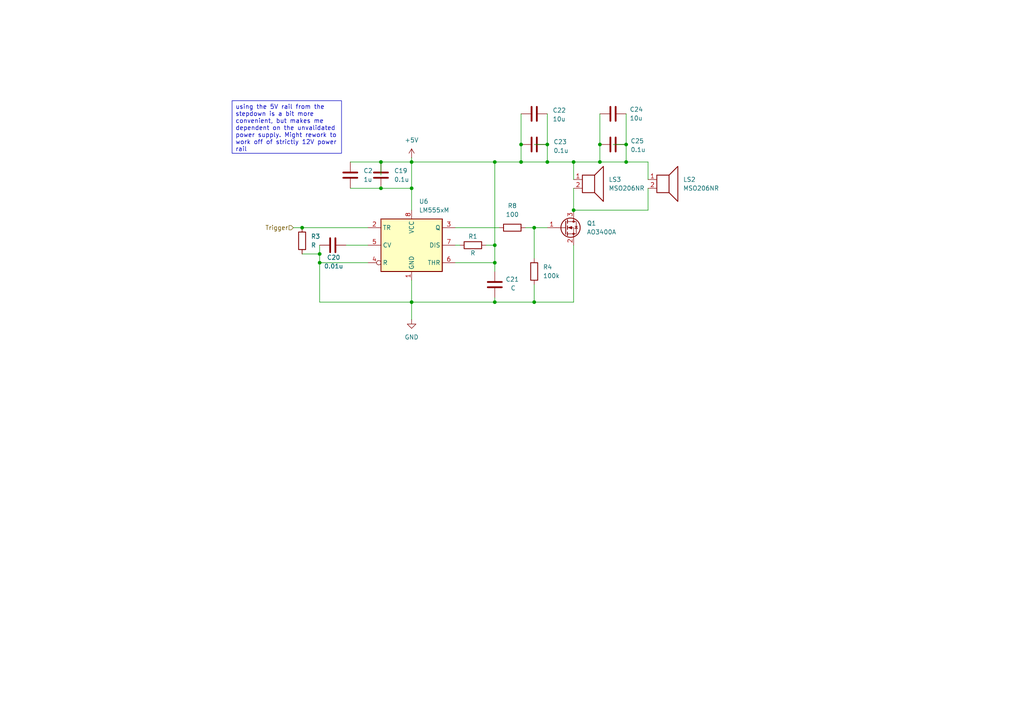
<source format=kicad_sch>
(kicad_sch (version 20250114) (generator "eeschema") (generator_version "9.0")
  (paper "A4")
  (lib_symbols
    (symbol "Device:C" (pin_numbers (hide yes)) (pin_names (offset 0.254))
      (property "Reference" "C" (at 0.635 2.54 0))
      (property "Value" "C" (at 0.635 -2.54 0))
      (symbol "C_0_1"
        (polyline (pts (xy -2.032 0.762) (xy 2.032 0.762)) (stroke (width 0.508)))
        (polyline (pts (xy -2.032 -0.762) (xy 2.032 -0.762)) (stroke (width 0.508)))
      )
      (symbol "C_1_1"
        (pin passive line (at 0 3.81 270) (length 2.794) (name "~") (number "1"))
        (pin passive line (at 0 -3.81 90) (length 2.794) (name "~") (number "2"))
      )
    )
    (symbol "Device:R" (pin_numbers (hide yes)) (pin_names (offset 0))
      (property "Reference" "R" (at 2.032 0 90))
      (property "Value" "R" (at 0 0 90))
      (symbol "R_0_1"
        (rectangle (start -1.016 -2.54) (end 1.016 2.54) (stroke (width 0.254)))
      )
      (symbol "R_1_1"
        (pin passive line (at 0 3.81 270) (length 1.27) (name "~") (number "1"))
        (pin passive line (at 0 -3.81 90) (length 1.27) (name "~") (number "2"))
      )
    )
    (symbol "Device:Speaker" (pin_names (offset 0) (hide yes))
      (property "Reference" "LS" (at 1.27 5.715 0))
      (property "Value" "Speaker" (at 1.27 3.81 0))
      (symbol "Speaker_0_0"
        (rectangle (start -2.54 1.27) (end 1.016 -3.81) (stroke (width 0.254)))
        (polyline (pts (xy 1.016 1.27) (xy 3.556 3.81) (xy 3.556 -6.35) (xy 1.016 -3.81)) (stroke (width 0.254)))
      )
      (symbol "Speaker_1_1"
        (pin input line (at -5.08 0 0) (length 2.54) (name "1") (number "1"))
        (pin input line (at -5.08 -2.54 0) (length 2.54) (name "2") (number "2"))
      )
    )
    (symbol "Timer:LM555xM"
      (property "Reference" "U" (at -10.16 8.89 0))
      (property "Value" "LM555xM" (at 2.54 8.89 0))
      (symbol "LM555xM_0_0"
        (pin power_in line (at 0 10.16 270) (length 2.54) (name "VCC") (number "8"))
        (pin power_in line (at 0 -10.16 90) (length 2.54) (name "GND") (number "1"))
      )
      (symbol "LM555xM_0_1"
        (rectangle (start -8.89 -7.62) (end 8.89 7.62) (stroke (width 0.254)) (fill (type background)))
        (rectangle (start -8.89 -7.62) (end 8.89 7.62) (stroke (width 0.254)) (fill (type background)))
      )
      (symbol "LM555xM_1_1"
        (pin input line (at -12.7 5.08 0) (length 3.81) (name "TR") (number "2"))
        (pin input line (at -12.7 0 0) (length 3.81) (name "CV") (number "5"))
        (pin input inverted (at -12.7 -5.08 0) (length 3.81) (name "R") (number "4"))
        (pin output line (at 12.7 5.08 180) (length 3.81) (name "Q") (number "3"))
        (pin input line (at 12.7 0 180) (length 3.81) (name "DIS") (number "7"))
        (pin input line (at 12.7 -5.08 180) (length 3.81) (name "THR") (number "6"))
      )
    )
    (symbol "Transistor_FET:AO3400A" (pin_names (offset 0) (hide yes))
      (property "Reference" "Q" (at 5.08 1.905 0))
      (property "Value" "AO3400A" (at 5.08 0 0))
      (symbol "AO3400A_0_1"
        (polyline (pts (xy 0.254 1.905) (xy 0.254 -1.905)) (stroke (width 0.254)))
        (polyline (pts (xy 0.254 0) (xy -2.54 0)))
        (polyline (pts (xy 0.762 2.286) (xy 0.762 1.27)) (stroke (width 0.254)))
        (polyline (pts (xy 0.762 0.508) (xy 0.762 -0.508)) (stroke (width 0.254)))
        (polyline (pts (xy 0.762 -1.27) (xy 0.762 -2.286)) (stroke (width 0.254)))
        (polyline (pts (xy 0.762 -1.778) (xy 3.302 -1.778) (xy 3.302 1.778) (xy 0.762 1.778)))
        (polyline (pts (xy 1.016 0) (xy 2.032 0.381) (xy 2.032 -0.381) (xy 1.016 0)) (fill (type outline)))
        (circle (center 1.651 0) (radius 2.794) (stroke (width 0.254)))
        (polyline (pts (xy 2.54 2.54) (xy 2.54 1.778)))
        (circle (center 2.54 1.778) (radius 0.254) (fill (type outline)))
        (circle (center 2.54 -1.778) (radius 0.254) (fill (type outline)))
        (polyline (pts (xy 2.54 -2.54) (xy 2.54 0) (xy 0.762 0)))
        (polyline (pts (xy 2.921 0.381) (xy 3.683 0.381)))
        (polyline (pts (xy 3.302 0.381) (xy 2.921 -0.254) (xy 3.683 -0.254) (xy 3.302 0.381)))
      )
      (symbol "AO3400A_1_1"
        (pin input line (at -5.08 0 0) (length 2.54) (name "G") (number "1"))
        (pin passive line (at 2.54 5.08 270) (length 2.54) (name "D") (number "3"))
        (pin passive line (at 2.54 -5.08 90) (length 2.54) (name "S") (number "2"))
      )
    )
    (symbol "power:+5V" (power) (pin_numbers (hide yes)) (pin_names (offset 0) (hide yes))
      (property "Value" "+5V" (at 0 3.556 0))
      (symbol "+5V_0_1"
        (polyline (pts (xy -0.762 1.27) (xy 0 2.54)))
        (polyline (pts (xy 0 2.54) (xy 0.762 1.27)))
        (polyline (pts (xy 0 0) (xy 0 2.54)))
      )
      (symbol "+5V_1_1"
        (pin power_in line (at 0 0 90) (length 0) (name "~") (number "1"))
      )
    )
    (symbol "power:GND" (power) (pin_numbers (hide yes)) (pin_names (offset 0) (hide yes))
      (property "Value" "GND" (at 0 -3.81 0))
      (symbol "GND_0_1"
        (polyline (pts (xy 0 0) (xy 0 -1.27) (xy 1.27 -1.27) (xy 0 -2.54) (xy -1.27 -1.27) (xy 0 -1.27)))
      )
      (symbol "GND_1_1"
        (pin power_in line (at 0 0 270) (length 0) (name "~") (number "1"))
      )
    )
  )
  (text_box "using the 5V rail from the stepdown is a bit more convenient, but makes me dependent on the unvalidated power supply. Might rework to work off of strictly 12V power rail" (at 67.31 29.21 0) (size 31.75 15.24) (margins 0.9525 0.9525 0.9525 0.9525) (effects (font (size 1.27 1.27)) (justify left top)))
  (junction (at 166.37 60.96))
  (junction (at 158.75 41.91))
  (junction (at 181.61 46.99))
  (junction (at 158.75 46.99))
  (junction (at 154.94 66.04))
  (junction (at 151.13 41.91))
  (junction (at 173.99 41.91))
  (junction (at 143.51 76.2))
  (junction (at 119.38 87.63))
  (junction (at 87.63 66.04))
  (junction (at 143.51 71.12))
  (junction (at 173.99 46.99))
  (junction (at 143.51 87.63))
  (junction (at 143.51 46.99))
  (junction (at 119.38 54.61))
  (junction (at 166.37 46.99))
  (junction (at 151.13 46.99))
  (junction (at 110.49 46.99))
  (junction (at 110.49 54.61))
  (junction (at 92.71 73.66))
  (junction (at 154.94 87.63))
  (junction (at 92.71 76.2))
  (junction (at 119.38 46.99))
  (junction (at 181.61 41.91))
  (wire (pts (xy 119.38 46.99) (xy 110.49 46.99)))
  (wire (pts (xy 187.96 60.96) (xy 187.96 54.61)))
  (wire (pts (xy 173.99 33.02) (xy 173.99 41.91)))
  (wire (pts (xy 158.75 33.02) (xy 158.75 41.91)))
  (wire (pts (xy 166.37 46.99) (xy 173.99 46.99)))
  (wire (pts (xy 119.38 54.61) (xy 119.38 60.96)))
  (wire (pts (xy 119.38 87.63) (xy 119.38 92.71)))
  (wire (pts (xy 132.08 66.04) (xy 144.78 66.04)))
  (wire (pts (xy 143.51 46.99) (xy 151.13 46.99)))
  (wire (pts (xy 110.49 46.99) (xy 110.49 50.8)))
  (wire (pts (xy 166.37 46.99) (xy 166.37 52.07)))
  (wire (pts (xy 143.51 86.36) (xy 143.51 87.63)))
  (wire (pts (xy 119.38 81.28) (xy 119.38 87.63)))
  (wire (pts (xy 181.61 41.91) (xy 177.8 41.91)))
  (wire (pts (xy 181.61 46.99) (xy 187.96 46.99)))
  (wire (pts (xy 132.08 76.2) (xy 143.51 76.2)))
  (wire (pts (xy 181.61 33.02) (xy 181.61 41.91)))
  (wire (pts (xy 154.94 74.93) (xy 154.94 66.04)))
  (wire (pts (xy 151.13 46.99) (xy 158.75 46.99)))
  (wire (pts (xy 140.97 71.12) (xy 143.51 71.12)))
  (wire (pts (xy 87.63 66.04) (xy 106.68 66.04)))
  (wire (pts (xy 158.75 41.91) (xy 154.94 41.91)))
  (wire (pts (xy 166.37 54.61) (xy 166.37 60.96)))
  (wire (pts (xy 101.6 46.99) (xy 110.49 46.99)))
  (wire (pts (xy 154.94 66.04) (xy 158.75 66.04)))
  (wire (pts (xy 173.99 46.99) (xy 181.61 46.99)))
  (wire (pts (xy 85.09 66.04) (xy 87.63 66.04)))
  (wire (pts (xy 143.51 87.63) (xy 154.94 87.63)))
  (wire (pts (xy 133.35 71.12) (xy 132.08 71.12)))
  (wire (pts (xy 187.96 46.99) (xy 187.96 52.07)))
  (wire (pts (xy 87.63 73.66) (xy 92.71 73.66)))
  (wire (pts (xy 154.94 87.63) (xy 154.94 82.55)))
  (wire (pts (xy 92.71 76.2) (xy 106.68 76.2)))
  (wire (pts (xy 92.71 76.2) (xy 92.71 87.63)))
  (wire (pts (xy 151.13 33.02) (xy 151.13 41.91)))
  (wire (pts (xy 92.71 87.63) (xy 119.38 87.63)))
  (wire (pts (xy 158.75 41.91) (xy 158.75 46.99)))
  (wire (pts (xy 92.71 73.66) (xy 92.71 76.2)))
  (wire (pts (xy 119.38 46.99) (xy 143.51 46.99)))
  (wire (pts (xy 151.13 41.91) (xy 151.13 46.99)))
  (wire (pts (xy 119.38 45.72) (xy 119.38 46.99)))
  (wire (pts (xy 154.94 87.63) (xy 166.37 87.63)))
  (wire (pts (xy 101.6 54.61) (xy 110.49 54.61)))
  (wire (pts (xy 110.49 54.61) (xy 119.38 54.61)))
  (wire (pts (xy 166.37 71.12) (xy 166.37 87.63)))
  (wire (pts (xy 143.51 71.12) (xy 143.51 76.2)))
  (wire (pts (xy 158.75 46.99) (xy 166.37 46.99)))
  (wire (pts (xy 119.38 46.99) (xy 119.38 54.61)))
  (wire (pts (xy 100.33 71.12) (xy 106.68 71.12)))
  (wire (pts (xy 181.61 41.91) (xy 181.61 46.99)))
  (wire (pts (xy 143.51 78.74) (xy 143.51 76.2)))
  (wire (pts (xy 143.51 46.99) (xy 143.51 71.12)))
  (wire (pts (xy 173.99 41.91) (xy 173.99 46.99)))
  (wire (pts (xy 119.38 87.63) (xy 143.51 87.63)))
  (wire (pts (xy 92.71 71.12) (xy 92.71 73.66)))
  (wire (pts (xy 152.4 66.04) (xy 154.94 66.04)))
  (wire (pts (xy 166.37 60.96) (xy 187.96 60.96)))
  (hierarchical_label "Trigger" (shape input) (at 85.09 66.04 180))
  (symbol (lib_id "power:GND") (at 119.38 92.71 0) (unit 1)
    (property "Reference" "#PWR024" (effects (hide yes)))
    (property "Value" "GND" (at 119.38 97.79 0))
    (property "Description" "Power symbol creates a global label with name \"GND\" , ground" (effects (hide yes)))
  )
  (symbol (lib_id "Device:C") (at 110.49 50.8 0) (unit 1)
    (property "Reference" "C19" (at 114.3 49.5299 0) (effects (justify left)))
    (property "Value" "0.1u" (at 114.3 52.0699 0) (effects (justify left)))
    (property "Description" "Unpolarized capacitor" (effects (hide yes)))
  )
  (symbol (lib_id "Device:R") (at 137.16 71.12 270) (unit 1)
    (property "Reference" "R1" (at 137.16 68.58 90))
    (property "Value" "R" (at 137.16 73.406 90))
    (property "Description" "Resistor" (effects (hide yes)))
  )
  (symbol (lib_id "Device:R") (at 148.59 66.04 90) (unit 1)
    (property "Reference" "R8" (at 148.59 59.69 90))
    (property "Value" "100" (at 148.59 62.23 90))
    (property "Description" "Resistor" (effects (hide yes)))
  )
  (symbol (lib_id "Device:Speaker") (at 193.04 52.07 0) (unit 1)
    (property "Reference" "LS2" (at 198.12 52.0699 0) (effects (justify left)))
    (property "Value" "MSO206NR" (at 198.12 54.6099 0) (effects (justify left)))
    (property "Description" "Speaker" (effects (hide yes)))
  )
  (symbol (lib_id "Device:C") (at 177.8 41.91 270) (unit 1)
    (property "Reference" "C25" (at 182.88 40.894 90) (effects (justify left)))
    (property "Value" "0.1u" (at 182.88 43.434 90) (effects (justify left)))
    (property "Description" "Unpolarized capacitor" (effects (hide yes)))
  )
  (symbol (lib_id "Device:C") (at 101.6 50.8 0) (unit 1)
    (property "Reference" "C2" (at 105.41 49.5299 0) (effects (justify left)))
    (property "Value" "1u" (at 105.41 52.0699 0) (effects (justify left)))
    (property "Description" "Unpolarized capacitor" (effects (hide yes)))
  )
  (symbol (lib_id "Device:C") (at 154.94 33.02 270) (unit 1)
    (property "Reference" "C22" (at 160.274 32.004 90) (effects (justify left)))
    (property "Value" "10u" (at 160.274 34.544 90) (effects (justify left)))
    (property "Description" "Unpolarized capacitor" (effects (hide yes)))
  )
  (symbol (lib_id "Device:Speaker") (at 171.45 52.07 0) (unit 1)
    (property "Reference" "LS3" (at 176.53 52.0699 0) (effects (justify left)))
    (property "Value" "MSO206NR" (at 176.53 54.6099 0) (effects (justify left)))
    (property "Description" "Speaker" (effects (hide yes)))
  )
  (symbol (lib_id "power:+5V") (at 119.38 45.72 0) (unit 1)
    (property "Reference" "#PWR023" (effects (hide yes)))
    (property "Value" "+5V" (at 119.38 40.64 0))
    (property "Description" "Power symbol creates a global label with name \"+5V\"" (effects (hide yes)))
  )
  (symbol (lib_id "Timer:LM555xM") (at 119.38 71.12 0) (unit 1)
    (property "Reference" "U6" (at 121.5233 58.42 0) (effects (justify left)))
    (property "Value" "LM555xM" (at 121.5233 60.96 0) (effects (justify left)))
    (property "Footprint" "Package_SO:SOIC-8_3.9x4.9mm_P1.27mm" (effects (hide yes)))
    (property "Datasheet" "http://www.ti.com/lit/ds/symlink/lm555.pdf" (effects (hide yes)))
    (property "Description" "Timer, 555 compatible, SOIC-8" (effects (hide yes)))
  )
  (symbol (lib_id "Transistor_FET:AO3400A") (at 163.83 66.04 0) (unit 1)
    (property "Reference" "Q1" (at 170.18 64.7699 0) (effects (justify left)))
    (property "Value" "AO3400A" (at 170.18 67.3099 0) (effects (justify left)))
    (property "Footprint" "Package_TO_SOT_SMD:SOT-23" (effects (hide yes)))
    (property "Datasheet" "http://www.aosmd.com/pdfs/datasheet/AO3400A.pdf" (effects (hide yes)))
    (property "Description" "30V Vds, 5.7A Id, N-Channel MOSFET, SOT-23" (effects (hide yes)))
  )
  (symbol (lib_id "Device:R") (at 154.94 78.74 0) (unit 1)
    (property "Reference" "R4" (at 157.48 77.4699 0) (effects (justify left)))
    (property "Value" "100k" (at 157.48 80.0099 0) (effects (justify left)))
    (property "Description" "Resistor" (effects (hide yes)))
  )
  (symbol (lib_id "Device:C") (at 143.51 82.55 180) (unit 1)
    (property "Reference" "C21" (at 148.59 81.026 0))
    (property "Value" "C" (at 148.844 83.566 0))
    (property "Description" "Unpolarized capacitor" (effects (hide yes)))
  )
  (symbol (lib_id "Device:C") (at 154.94 41.91 270) (unit 1)
    (property "Reference" "C23" (at 160.528 41.148 90) (effects (justify left)))
    (property "Value" "0.1u" (at 160.528 43.688 90) (effects (justify left)))
    (property "Description" "Unpolarized capacitor" (effects (hide yes)))
  )
  (symbol (lib_id "Device:C") (at 177.8 33.02 270) (unit 1)
    (property "Reference" "C24" (at 182.626 31.75 90) (effects (justify left)))
    (property "Value" "10u" (at 182.626 34.29 90) (effects (justify left)))
    (property "Description" "Unpolarized capacitor" (effects (hide yes)))
  )
  (symbol (lib_id "Device:R") (at 87.63 69.85 180) (unit 1)
    (property "Reference" "R3" (at 90.17 68.5799 0) (effects (justify right)))
    (property "Value" "R" (at 90.17 71.1199 0) (effects (justify right)))
    (property "Description" "Resistor" (effects (hide yes)))
  )
  (symbol (lib_id "Device:C") (at 96.52 71.12 270) (unit 1)
    (property "Reference" "C20" (at 96.774 74.676 90))
    (property "Value" "0.01u" (at 96.774 77.216 90))
    (property "Description" "Unpolarized capacitor" (effects (hide yes)))
  )
)
</source>
